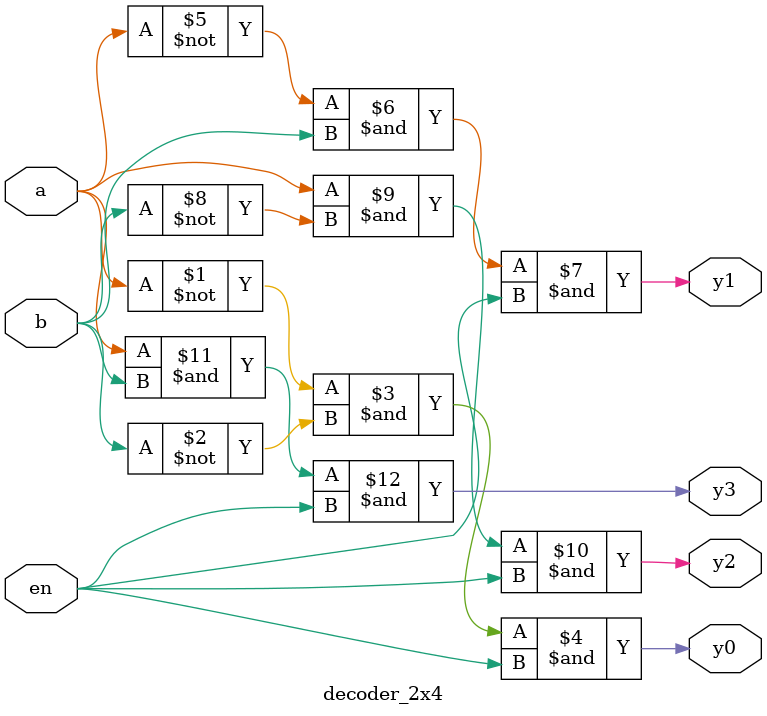
<source format=v>
`timescale 1ns / 1ps

module decoder_4x16 (
    input [3:0] a,
    input en,
    output [15:0] y
);

wire [3:0] w;

decoder_2x4 decoder_inst0 (.a(a[3]), .b(a[2]), .en(en), .y0(w[0]), .y1(w[1]), .y2(w[2]), .y3(w[3]));
decoder_2x4 decoder_inst1 (.a(a[1]), .b(a[0]), .en(w[0]), .y0(y[0]), .y1(y[1]), .y2(y[2]), .y3(y[3]));
decoder_2x4 decoder_inst2 (.a(a[1]), .b(a[0]), .en(w[1]), .y0(y[4]), .y1(y[5]), .y2(y[6]), .y3(y[7]));
decoder_2x4 decoder_inst3 (.a(a[1]), .b(a[0]), .en(w[2]), .y0(y[8]), .y1(y[9]), .y2(y[10]), .y3(y[11]));
decoder_2x4 decoder_inst4 (.a(a[1]), .b(a[0]), .en(w[3]), .y0(y[12]), .y1(y[13]), .y2(y[14]), .y3(y[15]));


endmodule


module decoder_2x4 (
    input a,
    input b,
    input en,
    output y0,
    output y1,
    output y2,
    output y3
);

assign y0 = (~a) & (~b) & en;
assign y1 = (~a) & b & en;
assign y2 = a & (~b) & en;
assign y3 = a & b & en;

endmodule

</source>
